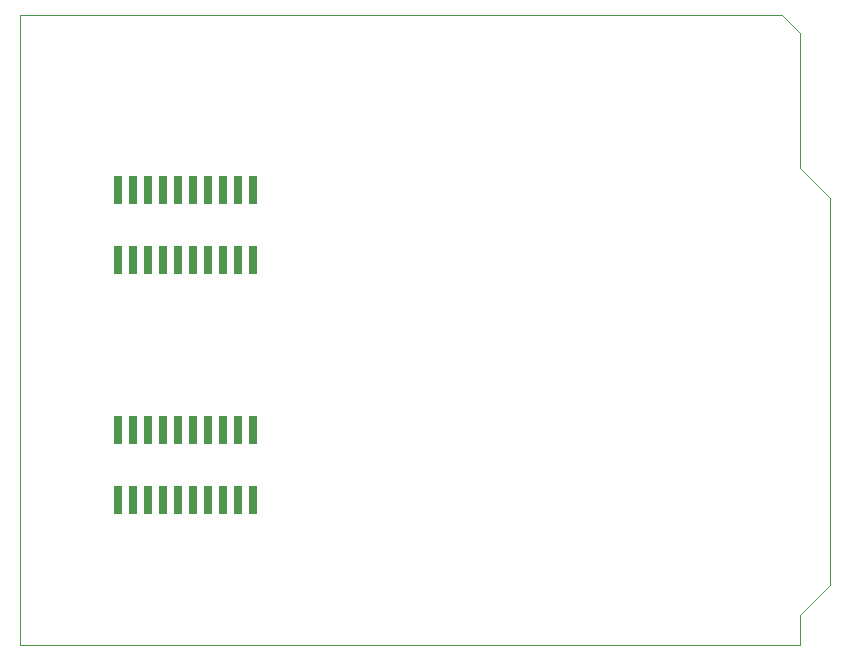
<source format=gtp>
G75*
G70*
%OFA0B0*%
%FSLAX24Y24*%
%IPPOS*%
%LPD*%
%AMOC8*
5,1,8,0,0,1.08239X$1,22.5*
%
%ADD10R,0.0299X0.0945*%
%ADD11C,0.0000*%
D10*
X003750Y005339D03*
X004250Y005339D03*
X004750Y005339D03*
X005250Y005339D03*
X005750Y005339D03*
X006250Y005339D03*
X006750Y005339D03*
X007250Y005339D03*
X007750Y005339D03*
X008250Y005339D03*
X008250Y007661D03*
X007750Y007661D03*
X007250Y007661D03*
X006750Y007661D03*
X006250Y007661D03*
X005750Y007661D03*
X005250Y007661D03*
X004750Y007661D03*
X004250Y007661D03*
X003750Y007661D03*
X003750Y013339D03*
X004250Y013339D03*
X004750Y013339D03*
X005250Y013339D03*
X005750Y013339D03*
X006250Y013339D03*
X006750Y013339D03*
X007250Y013339D03*
X007750Y013339D03*
X008250Y013339D03*
X008250Y015661D03*
X007750Y015661D03*
X007250Y015661D03*
X006750Y015661D03*
X006250Y015661D03*
X005750Y015661D03*
X005250Y015661D03*
X004750Y015661D03*
X004250Y015661D03*
X003750Y015661D03*
D11*
X000500Y021500D02*
X000500Y000500D01*
X026500Y000500D01*
X026500Y001500D01*
X027500Y002500D01*
X027500Y015400D01*
X026500Y016400D01*
X026500Y020900D01*
X025900Y021500D01*
X000500Y021500D01*
M02*

</source>
